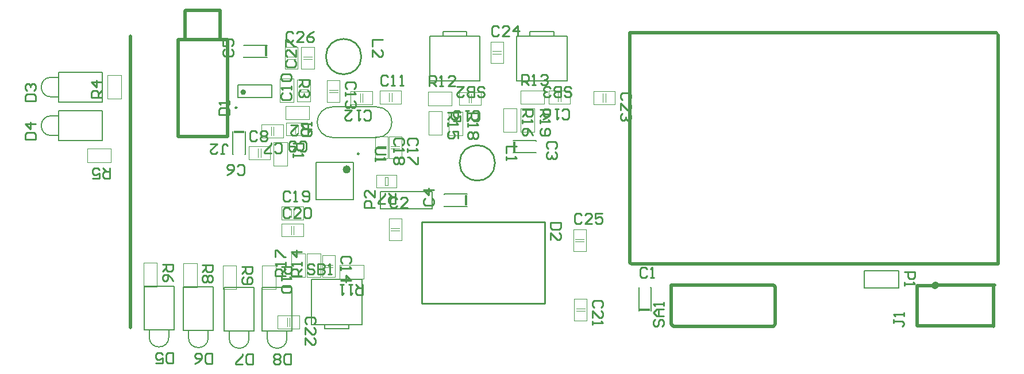
<source format=gto>
%FSLAX44Y44*%
%MOMM*%
G71*
G01*
G75*
G04 Layer_Color=16777215*
G04:AMPARAMS|DCode=10|XSize=1.65mm|YSize=1.4mm|CornerRadius=0.175mm|HoleSize=0mm|Usage=FLASHONLY|Rotation=180.000|XOffset=0mm|YOffset=0mm|HoleType=Round|Shape=RoundedRectangle|*
%AMROUNDEDRECTD10*
21,1,1.6500,1.0500,0,0,180.0*
21,1,1.3000,1.4000,0,0,180.0*
1,1,0.3500,-0.6500,0.5250*
1,1,0.3500,0.6500,0.5250*
1,1,0.3500,0.6500,-0.5250*
1,1,0.3500,-0.6500,-0.5250*
%
%ADD10ROUNDEDRECTD10*%
%ADD11R,1.3000X0.9000*%
%ADD12R,0.9000X1.3000*%
%ADD13R,2.0000X3.0000*%
G04:AMPARAMS|DCode=14|XSize=1mm|YSize=1.25mm|CornerRadius=0.25mm|HoleSize=0mm|Usage=FLASHONLY|Rotation=180.000|XOffset=0mm|YOffset=0mm|HoleType=Round|Shape=RoundedRectangle|*
%AMROUNDEDRECTD14*
21,1,1.0000,0.7500,0,0,180.0*
21,1,0.5000,1.2500,0,0,180.0*
1,1,0.5000,-0.2500,0.3750*
1,1,0.5000,0.2500,0.3750*
1,1,0.5000,0.2500,-0.3750*
1,1,0.5000,-0.2500,-0.3750*
%
%ADD14ROUNDEDRECTD14*%
G04:AMPARAMS|DCode=15|XSize=1mm|YSize=1.25mm|CornerRadius=0.25mm|HoleSize=0mm|Usage=FLASHONLY|Rotation=90.000|XOffset=0mm|YOffset=0mm|HoleType=Round|Shape=RoundedRectangle|*
%AMROUNDEDRECTD15*
21,1,1.0000,0.7500,0,0,90.0*
21,1,0.5000,1.2500,0,0,90.0*
1,1,0.5000,0.3750,0.2500*
1,1,0.5000,0.3750,-0.2500*
1,1,0.5000,-0.3750,-0.2500*
1,1,0.5000,-0.3750,0.2500*
%
%ADD15ROUNDEDRECTD15*%
%ADD16R,0.7000X1.3000*%
%ADD17O,0.3000X1.8000*%
%ADD18O,1.8000X0.3000*%
%ADD19O,3.0000X0.8000*%
%ADD20R,3.0000X0.8000*%
G04:AMPARAMS|DCode=21|XSize=3mm|YSize=1.1mm|CornerRadius=0.275mm|HoleSize=0mm|Usage=FLASHONLY|Rotation=90.000|XOffset=0mm|YOffset=0mm|HoleType=Round|Shape=RoundedRectangle|*
%AMROUNDEDRECTD21*
21,1,3.0000,0.5500,0,0,90.0*
21,1,2.4500,1.1000,0,0,90.0*
1,1,0.5500,0.2750,1.2250*
1,1,0.5500,0.2750,-1.2250*
1,1,0.5500,-0.2750,-1.2250*
1,1,0.5500,-0.2750,1.2250*
%
%ADD21ROUNDEDRECTD21*%
%ADD22R,0.6000X2.1500*%
G04:AMPARAMS|DCode=23|XSize=1.65mm|YSize=1.4mm|CornerRadius=0.175mm|HoleSize=0mm|Usage=FLASHONLY|Rotation=90.000|XOffset=0mm|YOffset=0mm|HoleType=Round|Shape=RoundedRectangle|*
%AMROUNDEDRECTD23*
21,1,1.6500,1.0500,0,0,90.0*
21,1,1.3000,1.4000,0,0,90.0*
1,1,0.3500,0.5250,0.6500*
1,1,0.3500,0.5250,-0.6500*
1,1,0.3500,-0.5250,-0.6500*
1,1,0.3500,-0.5250,0.6500*
%
%ADD23ROUNDEDRECTD23*%
%ADD24C,1.5000*%
%ADD25C,0.5000*%
%ADD26C,0.3000*%
%ADD27C,1.0000*%
%ADD28C,0.7000*%
%ADD29C,2.2000*%
%ADD30C,9.0000*%
%ADD31C,2.0000*%
%ADD32C,1.6000*%
%ADD33C,1.5000*%
%ADD34R,1.5000X1.5000*%
%ADD35C,4.0000*%
%ADD36C,2.5000*%
%ADD37C,0.6000*%
%ADD38C,0.2540*%
%ADD39C,0.1270*%
%ADD40C,0.2500*%
%ADD41C,0.6000*%
%ADD42C,0.4000*%
%ADD43C,0.2000*%
%ADD44C,0.1000*%
%ADD45C,0.1250*%
%ADD46R,0.3000X1.6000*%
%ADD47R,1.6000X0.3000*%
%ADD48R,1.6000X0.3000*%
D25*
X1248000Y294000D02*
Y324000D01*
X1398000D01*
X1401000Y321000D01*
Y266000D02*
Y321000D01*
X1398000Y263000D02*
X1401000Y266000D01*
X1251000Y263000D02*
X1398000D01*
X1248000Y266000D02*
X1251000Y263000D01*
X1248000Y266000D02*
Y294000D01*
X522000Y543000D02*
X594000D01*
Y686000D01*
X521000D02*
X594000D01*
X521000Y543000D02*
Y686000D01*
X583000Y687000D02*
Y729000D01*
X532000D02*
X583000D01*
X531000Y728000D02*
X532000Y729000D01*
X531000Y686000D02*
Y728000D01*
X1610000Y323000D02*
X1636000D01*
X1610000Y264000D02*
Y323000D01*
Y264000D02*
X1722000D01*
X1723000Y263000D01*
Y323000D01*
X1637000Y324000D02*
X1724000D01*
X1187000Y696000D02*
X1727000D01*
X1187000Y357000D02*
Y696000D01*
Y357000D02*
X1189000Y355000D01*
X1729000D01*
Y693000D01*
X451000Y261000D02*
Y691000D01*
D27*
X1636000Y323000D02*
X1637000Y324000D01*
D38*
X791077Y661000D02*
G03*
X791077Y661000I-26077J0D01*
G01*
X988077Y504000D02*
G03*
X988077Y504000I-26077J0D01*
G01*
X880000Y401000D02*
Y417000D01*
X1059000D01*
X1061000D01*
Y297000D02*
Y417000D01*
X880000Y297000D02*
X1061000D01*
X880000D02*
Y401000D01*
X1224099Y273296D02*
X1221560Y270756D01*
Y265678D01*
X1224099Y263139D01*
X1226638D01*
X1229177Y265678D01*
Y270756D01*
X1231717Y273296D01*
X1234256D01*
X1236795Y270756D01*
Y265678D01*
X1234256Y263139D01*
X1236795Y278374D02*
X1226638D01*
X1221560Y283452D01*
X1226638Y288531D01*
X1236795D01*
X1229177D01*
Y278374D01*
X1236795Y293609D02*
Y298687D01*
Y296148D01*
X1221560D01*
X1224099Y293609D01*
X590173Y671664D02*
X587634Y669125D01*
Y664046D01*
X590173Y661507D01*
X600330D01*
X602869Y664046D01*
Y669125D01*
X600330Y671664D01*
X587634Y686899D02*
Y676742D01*
X595252D01*
X592712Y681820D01*
Y684360D01*
X595252Y686899D01*
X600330D01*
X602869Y684360D01*
Y679281D01*
X600330Y676742D01*
X675651Y607314D02*
X673112Y604775D01*
Y599696D01*
X675651Y597157D01*
X685808D01*
X688347Y599696D01*
Y604775D01*
X685808Y607314D01*
X688347Y612392D02*
Y617470D01*
Y614931D01*
X673112D01*
X675651Y612392D01*
Y625088D02*
X673112Y627627D01*
Y632705D01*
X675651Y635245D01*
X685808D01*
X688347Y632705D01*
Y627627D01*
X685808Y625088D01*
X675651D01*
X830314Y631349D02*
X827775Y633888D01*
X822696D01*
X820157Y631349D01*
Y621192D01*
X822696Y618653D01*
X827775D01*
X830314Y621192D01*
X835392Y618653D02*
X840470D01*
X837931D01*
Y633888D01*
X835392Y631349D01*
X848088Y618653D02*
X853166D01*
X850627D01*
Y633888D01*
X848088Y631349D01*
X822904Y685765D02*
X807669D01*
Y675608D01*
Y660373D02*
Y670530D01*
X817826Y660373D01*
X820365D01*
X822904Y662912D01*
Y667991D01*
X820365Y670530D01*
X712621Y559839D02*
Y544604D01*
X705004D01*
X702464Y547143D01*
Y552221D01*
X705004Y554761D01*
X712621D01*
X707543D02*
X702464Y559839D01*
X687229D02*
X697386D01*
X687229Y549682D01*
Y547143D01*
X689768Y544604D01*
X694847D01*
X697386Y547143D01*
X1211664Y347827D02*
X1209125Y350366D01*
X1204046D01*
X1201507Y347827D01*
Y337670D01*
X1204046Y335131D01*
X1209125D01*
X1211664Y337670D01*
X1216742Y335131D02*
X1221820D01*
X1219281D01*
Y350366D01*
X1216742Y347827D01*
X843664Y450827D02*
X841124Y453366D01*
X836046D01*
X833507Y450827D01*
Y440670D01*
X836046Y438131D01*
X841124D01*
X843664Y440670D01*
X858899Y438131D02*
X848742D01*
X858899Y448288D01*
Y450827D01*
X856360Y453366D01*
X851281D01*
X848742Y450827D01*
X699686Y523651D02*
X702225Y521112D01*
X707304D01*
X709843Y523651D01*
Y533808D01*
X707304Y536347D01*
X702225D01*
X699686Y533808D01*
X694608D02*
X692069Y536347D01*
X686990D01*
X684451Y533808D01*
Y523651D01*
X686990Y521112D01*
X692069D01*
X694608Y523651D01*
Y526190D01*
X692069Y528730D01*
X684451D01*
X663686Y520651D02*
X666226Y518112D01*
X671304D01*
X673843Y520651D01*
Y530808D01*
X671304Y533347D01*
X666226D01*
X663686Y530808D01*
X658608Y518112D02*
X648451D01*
Y520651D01*
X658608Y530808D01*
Y533347D01*
X637314Y549349D02*
X634775Y551888D01*
X629696D01*
X627157Y549349D01*
Y539192D01*
X629696Y536653D01*
X634775D01*
X637314Y539192D01*
X642392Y549349D02*
X644931Y551888D01*
X650010D01*
X652549Y549349D01*
Y546810D01*
X650010Y544271D01*
X652549Y541731D01*
Y539192D01*
X650010Y536653D01*
X644931D01*
X642392Y539192D01*
Y541731D01*
X644931Y544271D01*
X642392Y546810D01*
Y549349D01*
X644931Y544271D02*
X650010D01*
X794686Y569651D02*
X797225Y567112D01*
X802304D01*
X804843Y569651D01*
Y579808D01*
X802304Y582347D01*
X797225D01*
X794686Y579808D01*
X789608Y582347D02*
X784530D01*
X787069D01*
Y567112D01*
X789608Y569651D01*
X766755Y582347D02*
X776912D01*
X766755Y572190D01*
Y569651D01*
X769295Y567112D01*
X774373D01*
X776912Y569651D01*
X780349Y613686D02*
X782888Y616226D01*
Y621304D01*
X780349Y623843D01*
X770192D01*
X767653Y621304D01*
Y616226D01*
X770192Y613686D01*
X767653Y608608D02*
Y603530D01*
Y606069D01*
X782888D01*
X780349Y608608D01*
Y595912D02*
X782888Y593373D01*
Y588294D01*
X780349Y585755D01*
X777810D01*
X775270Y588294D01*
Y590834D01*
Y588294D01*
X772731Y585755D01*
X770192D01*
X767653Y588294D01*
Y593373D01*
X770192Y595912D01*
X773349Y355686D02*
X775888Y358226D01*
Y363304D01*
X773349Y365843D01*
X763192D01*
X760653Y363304D01*
Y358226D01*
X763192Y355686D01*
X760653Y350608D02*
Y345530D01*
Y348069D01*
X775888D01*
X773349Y350608D01*
X760653Y330294D02*
X775888D01*
X768270Y337912D01*
Y327755D01*
X954686Y568651D02*
X957225Y566112D01*
X962304D01*
X964843Y568651D01*
Y578808D01*
X962304Y581347D01*
X957225D01*
X954686Y578808D01*
X949608Y581347D02*
X944530D01*
X947069D01*
Y566112D01*
X949608Y568651D01*
X926755Y566112D02*
X936912D01*
Y573730D01*
X931834Y571190D01*
X929295D01*
X926755Y573730D01*
Y578808D01*
X929295Y581347D01*
X934373D01*
X936912Y578808D01*
X1086686Y570651D02*
X1089225Y568112D01*
X1094304D01*
X1096843Y570651D01*
Y580808D01*
X1094304Y583347D01*
X1089225D01*
X1086686Y580808D01*
X1081608Y583347D02*
X1076530D01*
X1079069D01*
Y568112D01*
X1081608Y570651D01*
X1058755Y568112D02*
X1063834Y570651D01*
X1068912Y575729D01*
Y580808D01*
X1066373Y583347D01*
X1061294D01*
X1058755Y580808D01*
Y578269D01*
X1061294Y575729D01*
X1068912D01*
X871349Y530686D02*
X873888Y533226D01*
Y538304D01*
X871349Y540843D01*
X861192D01*
X858653Y538304D01*
Y533226D01*
X861192Y530686D01*
X858653Y525608D02*
Y520530D01*
Y523069D01*
X873888D01*
X871349Y525608D01*
X873888Y512912D02*
Y502755D01*
X871349D01*
X861192Y512912D01*
X858653D01*
X851349Y530686D02*
X853888Y533226D01*
Y538304D01*
X851349Y540843D01*
X841192D01*
X838653Y538304D01*
Y533226D01*
X841192Y530686D01*
X838653Y525608D02*
Y520530D01*
Y523069D01*
X853888D01*
X851349Y525608D01*
Y512912D02*
X853888Y510373D01*
Y505294D01*
X851349Y502755D01*
X848810D01*
X846271Y505294D01*
X843731Y502755D01*
X841192D01*
X838653Y505294D01*
Y510373D01*
X841192Y512912D01*
X843731D01*
X846271Y510373D01*
X848810Y512912D01*
X851349D01*
X846271Y510373D02*
Y505294D01*
X686314Y460349D02*
X683774Y462888D01*
X678696D01*
X676157Y460349D01*
Y450192D01*
X678696Y447653D01*
X683774D01*
X686314Y450192D01*
X691392Y447653D02*
X696470D01*
X693931D01*
Y462888D01*
X691392Y460349D01*
X704088Y450192D02*
X706627Y447653D01*
X711705D01*
X714245Y450192D01*
Y460349D01*
X711705Y462888D01*
X706627D01*
X704088Y460349D01*
Y457810D01*
X706627Y455271D01*
X714245D01*
X686314Y435349D02*
X683774Y437888D01*
X678696D01*
X676157Y435349D01*
Y425192D01*
X678696Y422653D01*
X683774D01*
X686314Y425192D01*
X701549Y422653D02*
X691392D01*
X701549Y432810D01*
Y435349D01*
X699010Y437888D01*
X693931D01*
X691392Y435349D01*
X706627D02*
X709166Y437888D01*
X714245D01*
X716784Y435349D01*
Y425192D01*
X714245Y422653D01*
X709166D01*
X706627Y425192D01*
Y435349D01*
X1144349Y290686D02*
X1146888Y293225D01*
Y298304D01*
X1144349Y300843D01*
X1134192D01*
X1131653Y298304D01*
Y293225D01*
X1134192Y290686D01*
X1131653Y275451D02*
Y285608D01*
X1141810Y275451D01*
X1144349D01*
X1146888Y277990D01*
Y283069D01*
X1144349Y285608D01*
X1131653Y270373D02*
Y265294D01*
Y267834D01*
X1146888D01*
X1144349Y270373D01*
X690664Y695699D02*
X688124Y698238D01*
X683046D01*
X680507Y695699D01*
Y685542D01*
X683046Y683003D01*
X688124D01*
X690664Y685542D01*
X705899Y683003D02*
X695742D01*
X705899Y693160D01*
Y695699D01*
X703360Y698238D01*
X698281D01*
X695742Y695699D01*
X721134Y698238D02*
X716056Y695699D01*
X710977Y690620D01*
Y685542D01*
X713516Y683003D01*
X718595D01*
X721134Y685542D01*
Y688081D01*
X718595Y690620D01*
X710977D01*
X681651Y655314D02*
X679112Y652775D01*
Y647696D01*
X681651Y645157D01*
X691808D01*
X694347Y647696D01*
Y652775D01*
X691808Y655314D01*
X694347Y670549D02*
Y660392D01*
X684190Y670549D01*
X681651D01*
X679112Y668010D01*
Y662931D01*
X681651Y660392D01*
X679112Y675627D02*
Y685784D01*
X681651D01*
X691808Y675627D01*
X694347D01*
X581046Y574821D02*
X596281D01*
Y582439D01*
X593742Y584978D01*
X583585D01*
X581046Y582439D01*
Y574821D01*
X596281Y590056D02*
Y595134D01*
Y592595D01*
X581046D01*
X583585Y590056D01*
X1085100Y415605D02*
X1069865D01*
Y407988D01*
X1072404Y405448D01*
X1082561D01*
X1085100Y407988D01*
Y415605D01*
X1069865Y390213D02*
Y400370D01*
X1080022Y390213D01*
X1082561D01*
X1085100Y392752D01*
Y397831D01*
X1082561Y400370D01*
X295914Y595807D02*
X311149D01*
Y603424D01*
X308610Y605964D01*
X298453D01*
X295914Y603424D01*
Y595807D01*
X298453Y611042D02*
X295914Y613581D01*
Y618660D01*
X298453Y621199D01*
X300992D01*
X303531Y618660D01*
Y616120D01*
Y618660D01*
X306071Y621199D01*
X308610D01*
X311149Y618660D01*
Y613581D01*
X308610Y611042D01*
X295914Y538807D02*
X311149D01*
Y546424D01*
X308610Y548964D01*
X298453D01*
X295914Y546424D01*
Y538807D01*
X311149Y561660D02*
X295914D01*
X303531Y554042D01*
Y564199D01*
X513193Y208914D02*
Y224149D01*
X505575D01*
X503036Y221610D01*
Y211453D01*
X505575Y208914D01*
X513193D01*
X487801D02*
X497958D01*
Y216532D01*
X492880Y213992D01*
X490340D01*
X487801Y216532D01*
Y221610D01*
X490340Y224149D01*
X495419D01*
X497958Y221610D01*
X571193Y207914D02*
Y223149D01*
X563576D01*
X561036Y220610D01*
Y210453D01*
X563576Y207914D01*
X571193D01*
X545801D02*
X550880Y210453D01*
X555958Y215532D01*
Y220610D01*
X553419Y223149D01*
X548340D01*
X545801Y220610D01*
Y218071D01*
X548340Y215532D01*
X555958D01*
X631193Y206914D02*
Y222149D01*
X623576D01*
X621036Y219610D01*
Y209453D01*
X623576Y206914D01*
X631193D01*
X615958D02*
X605801D01*
Y209453D01*
X615958Y219610D01*
Y222149D01*
X687193Y206914D02*
Y222149D01*
X679576D01*
X677036Y219610D01*
Y209453D01*
X679576Y206914D01*
X687193D01*
X671958Y209453D02*
X669419Y206914D01*
X664340D01*
X661801Y209453D01*
Y211992D01*
X664340Y214531D01*
X661801Y217071D01*
Y219610D01*
X664340Y222149D01*
X669419D01*
X671958Y219610D01*
Y217071D01*
X669419Y214531D01*
X671958Y211992D01*
Y209453D01*
X669419Y214531D02*
X664340D01*
X1575248Y273248D02*
Y268169D01*
Y270709D01*
X1587944D01*
X1590483Y268169D01*
Y265630D01*
X1587944Y263091D01*
X1590483Y278326D02*
Y283404D01*
Y280865D01*
X1575248D01*
X1577787Y278326D01*
X583784Y517190D02*
X588863D01*
X586324D01*
Y529886D01*
X588863Y532425D01*
X591402D01*
X593941Y529886D01*
X568549Y532425D02*
X578706D01*
X568549Y522268D01*
Y519729D01*
X571088Y517190D01*
X576167D01*
X578706Y519729D01*
X1019904Y528765D02*
X1004669D01*
Y518608D01*
Y513530D02*
Y508452D01*
Y510991D01*
X1019904D01*
X1017365Y513530D01*
X810991Y437951D02*
X795756D01*
Y445569D01*
X798295Y448108D01*
X803373D01*
X805913Y445569D01*
Y437951D01*
X810991Y463343D02*
Y453186D01*
X800834Y463343D01*
X798295D01*
X795756Y460804D01*
Y455725D01*
X798295Y453186D01*
X715088Y553710D02*
X704931D01*
X702392Y551171D01*
Y546092D01*
X704931Y543553D01*
X715088D01*
X717627Y546092D01*
Y551171D01*
X712549Y548631D02*
X717627Y553710D01*
Y551171D02*
X715088Y553710D01*
X717627Y558788D02*
Y563866D01*
Y561327D01*
X702392D01*
X704931Y558788D01*
X690161Y532621D02*
X705396D01*
Y525004D01*
X702857Y522464D01*
X697778D01*
X695239Y525004D01*
Y532621D01*
Y527543D02*
X690161Y522464D01*
Y517386D02*
Y512308D01*
Y514847D01*
X705396D01*
X702857Y517386D01*
X699161Y626621D02*
X714396D01*
Y619003D01*
X711857Y616464D01*
X706778D01*
X704239Y619003D01*
Y626621D01*
Y621543D02*
X699161Y616464D01*
X711857Y611386D02*
X714396Y608847D01*
Y603768D01*
X711857Y601229D01*
X709318D01*
X706778Y603768D01*
Y606308D01*
Y603768D01*
X704239Y601229D01*
X701700D01*
X699161Y603768D01*
Y608847D01*
X701700Y611386D01*
X408839Y600379D02*
X393604D01*
Y607996D01*
X396143Y610536D01*
X401222D01*
X403761Y607996D01*
Y600379D01*
Y605457D02*
X408839Y610536D01*
Y623232D02*
X393604D01*
X401222Y615614D01*
Y625771D01*
X420621Y496839D02*
Y481604D01*
X413004D01*
X410464Y484143D01*
Y489221D01*
X413004Y491761D01*
X420621D01*
X415543D02*
X410464Y496839D01*
X395229Y481604D02*
X405386D01*
Y489221D01*
X400308Y486682D01*
X397768D01*
X395229Y489221D01*
Y494300D01*
X397768Y496839D01*
X402847D01*
X405386Y494300D01*
X498161Y354621D02*
X513396D01*
Y347004D01*
X510857Y344464D01*
X505779D01*
X503239Y347004D01*
Y354621D01*
Y349543D02*
X498161Y344464D01*
X513396Y329229D02*
X510857Y334308D01*
X505779Y339386D01*
X500700D01*
X498161Y336847D01*
Y331768D01*
X500700Y329229D01*
X503239D01*
X505779Y331768D01*
Y339386D01*
X841081Y459347D02*
Y444112D01*
X833464D01*
X830924Y446651D01*
Y451730D01*
X833464Y454269D01*
X841081D01*
X836003D02*
X830924Y459347D01*
X825846Y444112D02*
X815689D01*
Y446651D01*
X825846Y456808D01*
Y459347D01*
X557161Y353621D02*
X572396D01*
Y346003D01*
X569857Y343464D01*
X564779D01*
X562239Y346003D01*
Y353621D01*
Y348543D02*
X557161Y343464D01*
X569857Y338386D02*
X572396Y335847D01*
Y330768D01*
X569857Y328229D01*
X567318D01*
X564779Y330768D01*
X562239Y328229D01*
X559700D01*
X557161Y330768D01*
Y335847D01*
X559700Y338386D01*
X562239D01*
X564779Y335847D01*
X567318Y338386D01*
X569857D01*
X564779Y335847D02*
Y330768D01*
X615161Y350621D02*
X630396D01*
Y343004D01*
X627857Y340464D01*
X622779D01*
X620239Y343004D01*
Y350621D01*
Y345543D02*
X615161Y340464D01*
X617700Y335386D02*
X615161Y332847D01*
Y327768D01*
X617700Y325229D01*
X627857D01*
X630396Y327768D01*
Y332847D01*
X627857Y335386D01*
X625318D01*
X622779Y332847D01*
Y325229D01*
X673161Y350621D02*
X688396D01*
Y343004D01*
X685857Y340464D01*
X680779D01*
X678239Y343004D01*
Y350621D01*
Y345543D02*
X673161Y340464D01*
Y335386D02*
Y330308D01*
Y332847D01*
X688396D01*
X685857Y335386D01*
Y322690D02*
X688396Y320151D01*
Y315072D01*
X685857Y312533D01*
X675700D01*
X673161Y315072D01*
Y320151D01*
X675700Y322690D01*
X685857D01*
X792621Y324839D02*
Y309604D01*
X785004D01*
X782464Y312143D01*
Y317222D01*
X785004Y319761D01*
X792621D01*
X787543D02*
X782464Y324839D01*
X777386D02*
X772308D01*
X774847D01*
Y309604D01*
X777386Y312143D01*
X764690Y324839D02*
X759612D01*
X762151D01*
Y309604D01*
X764690Y312143D01*
X891379Y617161D02*
Y632396D01*
X898997D01*
X901536Y629857D01*
Y624779D01*
X898997Y622239D01*
X891379D01*
X896457D02*
X901536Y617161D01*
X906614D02*
X911692D01*
X909153D01*
Y632396D01*
X906614Y629857D01*
X929467Y617161D02*
X919310D01*
X929467Y627318D01*
Y629857D01*
X926927Y632396D01*
X921849D01*
X919310Y629857D01*
X1027379Y619161D02*
Y634396D01*
X1034996D01*
X1037536Y631857D01*
Y626778D01*
X1034996Y624239D01*
X1027379D01*
X1032457D02*
X1037536Y619161D01*
X1042614D02*
X1047692D01*
X1045153D01*
Y634396D01*
X1042614Y631857D01*
X1055310D02*
X1057849Y634396D01*
X1062927D01*
X1065467Y631857D01*
Y629318D01*
X1062927Y626778D01*
X1060388D01*
X1062927D01*
X1065467Y624239D01*
Y621700D01*
X1062927Y619161D01*
X1057849D01*
X1055310Y621700D01*
X702839Y337379D02*
X687604D01*
Y344996D01*
X690143Y347536D01*
X695221D01*
X697761Y344996D01*
Y337379D01*
Y342457D02*
X702839Y347536D01*
Y352614D02*
Y357692D01*
Y355153D01*
X687604D01*
X690143Y352614D01*
X702839Y372928D02*
X687604D01*
X695221Y365310D01*
Y375467D01*
X918161Y578621D02*
X933396D01*
Y571003D01*
X930857Y568464D01*
X925779D01*
X923239Y571003D01*
Y578621D01*
Y573543D02*
X918161Y568464D01*
Y563386D02*
Y558308D01*
Y560847D01*
X933396D01*
X930857Y563386D01*
X933396Y540533D02*
Y550690D01*
X925779D01*
X928318Y545612D01*
Y543073D01*
X925779Y540533D01*
X920700D01*
X918161Y543073D01*
Y548151D01*
X920700Y550690D01*
X1028161Y582621D02*
X1043396D01*
Y575004D01*
X1040857Y572464D01*
X1035779D01*
X1033239Y575004D01*
Y582621D01*
Y577543D02*
X1028161Y572464D01*
Y567386D02*
Y562308D01*
Y564847D01*
X1043396D01*
X1040857Y567386D01*
X1043396Y544533D02*
X1040857Y549612D01*
X1035779Y554690D01*
X1030700D01*
X1028161Y552151D01*
Y547072D01*
X1030700Y544533D01*
X1033239D01*
X1035779Y547072D01*
Y554690D01*
X679839Y337379D02*
X664604D01*
Y344996D01*
X667143Y347536D01*
X672222D01*
X674761Y344996D01*
Y337379D01*
Y342457D02*
X679839Y347536D01*
Y352614D02*
Y357692D01*
Y355153D01*
X664604D01*
X667143Y352614D01*
X664604Y365310D02*
Y375467D01*
X667143D01*
X677300Y365310D01*
X679839D01*
X948161Y577621D02*
X963396D01*
Y570004D01*
X960857Y567464D01*
X955779D01*
X953239Y570004D01*
Y577621D01*
Y572543D02*
X948161Y567464D01*
Y562386D02*
Y557308D01*
Y559847D01*
X963396D01*
X960857Y562386D01*
Y549690D02*
X963396Y547151D01*
Y542072D01*
X960857Y539533D01*
X958318D01*
X955779Y542072D01*
X953239Y539533D01*
X950700D01*
X948161Y542072D01*
Y547151D01*
X950700Y549690D01*
X953239D01*
X955779Y547151D01*
X958318Y549690D01*
X960857D01*
X955779Y547151D02*
Y542072D01*
X1054161Y582621D02*
X1069396D01*
Y575004D01*
X1066857Y572464D01*
X1061778D01*
X1059239Y575004D01*
Y582621D01*
Y577543D02*
X1054161Y572464D01*
Y567386D02*
Y562308D01*
Y564847D01*
X1069396D01*
X1066857Y567386D01*
X1056700Y554690D02*
X1054161Y552151D01*
Y547072D01*
X1056700Y544533D01*
X1066857D01*
X1069396Y547072D01*
Y552151D01*
X1066857Y554690D01*
X1064318D01*
X1061778Y552151D01*
Y544533D01*
X721596Y352841D02*
X719056Y355380D01*
X713978D01*
X711439Y352841D01*
Y350302D01*
X713978Y347762D01*
X719056D01*
X721596Y345223D01*
Y342684D01*
X719056Y340145D01*
X713978D01*
X711439Y342684D01*
X726674Y355380D02*
Y340145D01*
X734292D01*
X736831Y342684D01*
Y345223D01*
X734292Y347762D01*
X726674D01*
X734292D01*
X736831Y350302D01*
Y352841D01*
X734292Y355380D01*
X726674D01*
X741909Y340145D02*
X746988D01*
X744448D01*
Y355380D01*
X741909Y352841D01*
X962404Y604159D02*
X964943Y601620D01*
X970022D01*
X972561Y604159D01*
Y606698D01*
X970022Y609238D01*
X964943D01*
X962404Y611777D01*
Y614316D01*
X964943Y616855D01*
X970022D01*
X972561Y614316D01*
X957326Y601620D02*
Y616855D01*
X949708D01*
X947169Y614316D01*
Y611777D01*
X949708Y609238D01*
X957326D01*
X949708D01*
X947169Y606698D01*
Y604159D01*
X949708Y601620D01*
X957326D01*
X931934Y616855D02*
X942091D01*
X931934Y606698D01*
Y604159D01*
X934473Y601620D01*
X939552D01*
X942091Y604159D01*
X1090404D02*
X1092943Y601620D01*
X1098022D01*
X1100561Y604159D01*
Y606698D01*
X1098022Y609238D01*
X1092943D01*
X1090404Y611777D01*
Y614316D01*
X1092943Y616855D01*
X1098022D01*
X1100561Y614316D01*
X1085326Y601620D02*
Y616855D01*
X1077708D01*
X1075169Y614316D01*
Y611777D01*
X1077708Y609238D01*
X1085326D01*
X1077708D01*
X1075169Y606698D01*
Y604159D01*
X1077708Y601620D01*
X1085326D01*
X1070091Y604159D02*
X1067552Y601620D01*
X1062473D01*
X1059934Y604159D01*
Y606698D01*
X1062473Y609238D01*
X1065013D01*
X1062473D01*
X1059934Y611777D01*
Y614316D01*
X1062473Y616855D01*
X1067552D01*
X1070091Y614316D01*
X827052Y526657D02*
X814356D01*
X811817Y524118D01*
Y519039D01*
X814356Y516500D01*
X827052D01*
X811817Y511422D02*
Y506344D01*
Y508883D01*
X827052D01*
X824513Y511422D01*
X1591609Y343049D02*
X1606844D01*
Y335432D01*
X1604305Y332892D01*
X1599227D01*
X1596687Y335432D01*
Y343049D01*
X1591609Y327814D02*
Y322736D01*
Y325275D01*
X1606844D01*
X1604305Y327814D01*
X608336Y489173D02*
X610876Y486634D01*
X615954D01*
X618493Y489173D01*
Y499330D01*
X615954Y501869D01*
X610876D01*
X608336Y499330D01*
X593101Y486634D02*
X598180Y489173D01*
X603258Y494252D01*
Y499330D01*
X600719Y501869D01*
X595640D01*
X593101Y499330D01*
Y496791D01*
X595640Y494252D01*
X603258D01*
X720699Y266336D02*
X723238Y268876D01*
Y273954D01*
X720699Y276493D01*
X710542D01*
X708003Y273954D01*
Y268876D01*
X710542Y266336D01*
X708003Y251101D02*
Y261258D01*
X718160Y251101D01*
X720699D01*
X723238Y253640D01*
Y258719D01*
X720699Y261258D01*
X708003Y235866D02*
Y246023D01*
X718160Y235866D01*
X720699D01*
X723238Y238405D01*
Y243484D01*
X720699Y246023D01*
X1185699Y597336D02*
X1188238Y599875D01*
Y604954D01*
X1185699Y607493D01*
X1175542D01*
X1173003Y604954D01*
Y599875D01*
X1175542Y597336D01*
X1173003Y582101D02*
Y592258D01*
X1183160Y582101D01*
X1185699D01*
X1188238Y584640D01*
Y589719D01*
X1185699Y592258D01*
Y577023D02*
X1188238Y574484D01*
Y569405D01*
X1185699Y566866D01*
X1183160D01*
X1180620Y569405D01*
Y571945D01*
Y569405D01*
X1178081Y566866D01*
X1175542D01*
X1173003Y569405D01*
Y574484D01*
X1175542Y577023D01*
X993664Y703699D02*
X991124Y706238D01*
X986046D01*
X983507Y703699D01*
Y693542D01*
X986046Y691003D01*
X991124D01*
X993664Y693542D01*
X1008899Y691003D02*
X998742D01*
X1008899Y701160D01*
Y703699D01*
X1006360Y706238D01*
X1001281D01*
X998742Y703699D01*
X1021595Y691003D02*
Y706238D01*
X1013977Y698621D01*
X1024134D01*
X1115664Y426699D02*
X1113124Y429238D01*
X1108046D01*
X1105507Y426699D01*
Y416542D01*
X1108046Y414003D01*
X1113124D01*
X1115664Y416542D01*
X1130899Y414003D02*
X1120742D01*
X1130899Y424160D01*
Y426699D01*
X1128360Y429238D01*
X1123281D01*
X1120742Y426699D01*
X1146134Y429238D02*
X1135977D01*
Y421620D01*
X1141056Y424160D01*
X1143595D01*
X1146134Y421620D01*
Y416542D01*
X1143595Y414003D01*
X1138516D01*
X1135977Y416542D01*
X1076827Y525336D02*
X1079366Y527876D01*
Y532954D01*
X1076827Y535493D01*
X1066670D01*
X1064131Y532954D01*
Y527876D01*
X1066670Y525336D01*
X1076827Y520258D02*
X1079366Y517719D01*
Y512640D01*
X1076827Y510101D01*
X1074288D01*
X1071749Y512640D01*
Y515180D01*
Y512640D01*
X1069209Y510101D01*
X1066670D01*
X1064131Y512640D01*
Y517719D01*
X1066670Y520258D01*
X885173Y451664D02*
X882634Y449124D01*
Y444046D01*
X885173Y441507D01*
X895330D01*
X897869Y444046D01*
Y449124D01*
X895330Y451664D01*
X897869Y464360D02*
X882634D01*
X890251Y456742D01*
Y466899D01*
D39*
X652500Y245000D02*
G03*
X681500Y245000I14500J0D01*
G01*
X596500D02*
G03*
X625500Y245000I14500J0D01*
G01*
X813501Y541698D02*
G03*
X813501Y586698I0J22500D01*
G01*
X748611Y586698D02*
G03*
X748597Y541698I-109J-22500D01*
G01*
X536500Y246000D02*
G03*
X565500Y246000I14500J0D01*
G01*
X478500Y247000D02*
G03*
X507500Y247000I14500J0D01*
G01*
X334000Y573500D02*
G03*
X334000Y544500I0J-14500D01*
G01*
Y630500D02*
G03*
X334000Y601500I0J-14500D01*
G01*
X792003Y265500D02*
Y332002D01*
X718002Y265500D02*
X792003D01*
X718002D02*
Y332002D01*
X792003D01*
X772500Y259002D02*
Y265500D01*
X737500Y259002D02*
X772500D01*
X737500D02*
Y265500D01*
X891997Y624998D02*
Y691500D01*
X965998D01*
Y624998D02*
Y691500D01*
X891997Y624998D02*
X965998D01*
X911500Y691500D02*
Y697998D01*
X946500D01*
Y691500D02*
Y697998D01*
X1019997Y624998D02*
Y691500D01*
X1093998D01*
Y624998D02*
Y691500D01*
X1019997Y624998D02*
X1093998D01*
X1039500Y691500D02*
Y697998D01*
X1074500D01*
Y691500D02*
Y697998D01*
X652500Y245000D02*
Y256000D01*
X681500Y245000D02*
Y256000D01*
X645000D02*
Y320000D01*
Y256000D02*
X689000D01*
Y320000D01*
X645000D02*
X689000D01*
X596500Y245000D02*
Y256000D01*
X625500Y245000D02*
Y256000D01*
X589000D02*
Y320000D01*
Y256000D02*
X633000D01*
Y320000D01*
X589000D02*
X633000D01*
X748597Y541698D02*
X813501D01*
X748610Y586699D02*
X813501D01*
X536500Y246000D02*
Y257000D01*
X565500Y246000D02*
Y257000D01*
X529000D02*
Y321000D01*
Y257000D02*
X573000D01*
Y321000D01*
X529000D02*
X573000D01*
X478500Y247000D02*
Y258000D01*
X507500Y247000D02*
Y258000D01*
X471000D02*
Y322000D01*
Y258000D02*
X515000D01*
Y322000D01*
X471000D02*
X515000D01*
X334000Y573500D02*
X345000D01*
X334000Y544500D02*
X345000D01*
Y581000D02*
X409000D01*
X345000Y537000D02*
Y581000D01*
Y537000D02*
X409000D01*
Y581000D01*
X334000Y630500D02*
X345000D01*
X334000Y601500D02*
X345000D01*
Y638000D02*
X409000D01*
X345000Y594000D02*
Y638000D01*
Y594000D02*
X409000D01*
Y638000D01*
D40*
X787750Y517500D02*
G03*
X787750Y517500I-1250J0D01*
G01*
X607700Y585750D02*
G03*
X607700Y585750I-1250J0D01*
G01*
D41*
X772500Y494500D02*
G03*
X772500Y494500I-3000J0D01*
G01*
D42*
X619000Y608500D02*
G03*
X619000Y608500I-2000J0D01*
G01*
D43*
X618000Y677500D02*
Y678000D01*
Y660000D02*
Y660500D01*
Y678000D02*
X652000D01*
X618000Y660000D02*
X652000D01*
X895700Y436300D02*
Y461700D01*
X819500Y436300D02*
X895700D01*
X819500D02*
Y461700D01*
X895700D01*
X724500Y504500D02*
X779500D01*
X724500Y449500D02*
X779500D01*
Y504500D01*
X724500Y449500D02*
Y504500D01*
X609000Y600500D02*
X659000D01*
X609000Y619500D02*
X659000D01*
X609000Y600500D02*
Y619500D01*
X659000Y600500D02*
Y619500D01*
X1217500Y320000D02*
X1218000D01*
X1200000D02*
X1200500D01*
X1218000Y286000D02*
Y320000D01*
X1200000Y286000D02*
Y320000D01*
X1532300Y344700D02*
X1583100D01*
X1532300Y319300D02*
Y344700D01*
Y319300D02*
X1583100D01*
Y344700D01*
X602000Y517000D02*
X602500D01*
X619500D02*
X620000D01*
X602000D02*
Y551000D01*
X620000Y517000D02*
Y551000D01*
X1049000Y519000D02*
Y519500D01*
Y536500D02*
Y537000D01*
X1015000Y519000D02*
X1049000D01*
X1015000Y537000D02*
X1049000D01*
X913000Y457500D02*
Y458000D01*
Y440000D02*
Y440500D01*
Y458000D02*
X947000D01*
X913000Y440000D02*
X947000D01*
D44*
X699650Y612778D02*
X712350D01*
X699650Y609222D02*
X712350D01*
X696500Y627000D02*
X715500D01*
X696500Y595000D02*
Y627000D01*
X715500Y595000D02*
Y627000D01*
X696500Y595000D02*
X715500D01*
X835778Y594650D02*
Y607350D01*
X832222Y594650D02*
Y607350D01*
X850000Y591500D02*
Y610500D01*
X818000D02*
X850000D01*
X818000Y591500D02*
X850000D01*
X818000D02*
Y610500D01*
X681650Y660778D02*
X694350D01*
X681650Y657222D02*
X694350D01*
X678500Y675000D02*
X697500D01*
X678500Y643000D02*
Y675000D01*
X697500Y643000D02*
Y675000D01*
X678500Y643000D02*
X697500D01*
X705650Y660778D02*
X718350D01*
X705650Y657222D02*
X718350D01*
X702500Y675000D02*
X721500D01*
X702500Y643000D02*
Y675000D01*
X721500Y643000D02*
Y675000D01*
X702500Y643000D02*
X721500D01*
X691778Y423650D02*
Y436350D01*
X688222Y423650D02*
Y436350D01*
X706000Y420500D02*
Y439500D01*
X674000D02*
X706000D01*
X674000Y420500D02*
X706000D01*
X674000D02*
Y439500D01*
X691778Y398650D02*
Y411350D01*
X688222Y398650D02*
Y411350D01*
X706000Y395500D02*
Y414500D01*
X674000D02*
X706000D01*
X674000Y395500D02*
X706000D01*
X674000D02*
Y414500D01*
X1107650Y285222D02*
X1120350D01*
X1107650Y288778D02*
X1120350D01*
X1104500Y271000D02*
X1123500D01*
Y303000D01*
X1104500Y271000D02*
Y303000D01*
X1123500D01*
X834650Y525222D02*
X847350D01*
X834650Y528778D02*
X847350D01*
X831500Y511000D02*
X850500D01*
Y543000D01*
X831500Y511000D02*
Y543000D01*
X850500D01*
X814650Y525222D02*
X827350D01*
X814650Y528778D02*
X827350D01*
X811500Y511000D02*
X830500D01*
Y543000D01*
X811500Y511000D02*
Y543000D01*
X830500D01*
X736650Y350222D02*
X749350D01*
X736650Y353778D02*
X749350D01*
X733500Y336000D02*
X752500D01*
Y368000D01*
X733500Y336000D02*
Y368000D01*
X752500D01*
X949222Y592650D02*
Y605350D01*
X952778Y592650D02*
Y605350D01*
X935000Y589500D02*
Y608500D01*
Y589500D02*
X967000D01*
X935000Y608500D02*
X967000D01*
Y589500D02*
Y608500D01*
X1081222Y594650D02*
Y607350D01*
X1084778Y594650D02*
Y607350D01*
X1067000Y591500D02*
Y610500D01*
Y591500D02*
X1099000D01*
X1067000Y610500D02*
X1099000D01*
Y591500D02*
Y610500D01*
X743650Y608222D02*
X756350D01*
X743650Y611778D02*
X756350D01*
X740500Y594000D02*
X759500D01*
Y626000D01*
X740500Y594000D02*
Y626000D01*
X759500D01*
X789222Y593650D02*
Y606350D01*
X792778Y593650D02*
Y606350D01*
X775000Y590500D02*
Y609500D01*
Y590500D02*
X807000D01*
X775000Y609500D02*
X807000D01*
Y590500D02*
Y609500D01*
X825968Y471412D02*
X830032D01*
Y482588D01*
X825968D02*
X830032D01*
X825968Y471412D02*
Y482588D01*
X843000Y467500D02*
Y486500D01*
X813000D02*
X843000D01*
X813000Y467500D02*
X843000D01*
X813000D02*
Y486500D01*
X642778Y512650D02*
Y525350D01*
X639222Y512650D02*
Y525350D01*
X657000Y509500D02*
Y528500D01*
X625000D02*
X657000D01*
X625000Y509500D02*
X657000D01*
X625000D02*
Y528500D01*
X658222Y544650D02*
Y557350D01*
X661778Y544650D02*
Y557350D01*
X644000Y541500D02*
Y560500D01*
Y541500D02*
X676000D01*
X644000Y560500D02*
X676000D01*
Y541500D02*
Y560500D01*
X694222Y547650D02*
Y560350D01*
X697778Y547650D02*
Y560350D01*
X680000Y544500D02*
Y563500D01*
Y544500D02*
X712000D01*
X680000Y563500D02*
X712000D01*
Y544500D02*
Y563500D01*
X834650Y407778D02*
X847350D01*
X834650Y404222D02*
X847350D01*
X831500Y422000D02*
X850500D01*
X831500Y390000D02*
Y422000D01*
X850500Y390000D02*
Y422000D01*
X831500Y390000D02*
X850500D01*
X685778Y262650D02*
Y275350D01*
X682222Y262650D02*
Y275350D01*
X700000Y259500D02*
Y278500D01*
X668000D02*
X700000D01*
X668000Y259500D02*
X700000D01*
X668000D02*
Y278500D01*
X1150778Y593650D02*
Y606350D01*
X1147222Y593650D02*
Y606350D01*
X1165000Y590500D02*
Y609500D01*
X1133000D02*
X1165000D01*
X1133000Y590500D02*
X1165000D01*
X1133000D02*
Y609500D01*
X984650Y668778D02*
X997350D01*
X984650Y665222D02*
X997350D01*
X981500Y683000D02*
X1000500D01*
X981500Y651000D02*
Y683000D01*
X1000500Y651000D02*
Y683000D01*
X981500Y651000D02*
X1000500D01*
X1106650Y391778D02*
X1119350D01*
X1106650Y388222D02*
X1119350D01*
X1103500Y406000D02*
X1122500D01*
X1103500Y374000D02*
Y406000D01*
X1122500Y374000D02*
Y406000D01*
X1103500Y374000D02*
X1122500D01*
D45*
X679500Y588000D02*
X714500D01*
X679500Y568000D02*
X714500D01*
X679500D02*
Y588000D01*
X714500Y568000D02*
Y588000D01*
X708000Y335500D02*
Y370500D01*
X688000Y335500D02*
Y370500D01*
X708000D01*
X688000Y335500D02*
X708000D01*
X920000Y544500D02*
Y579500D01*
X940000Y544500D02*
Y579500D01*
X920000Y544500D02*
X940000D01*
X920000Y579500D02*
X940000D01*
X1026000Y549500D02*
Y584500D01*
X1046000Y549500D02*
Y584500D01*
X1026000Y549500D02*
X1046000D01*
X1026000Y584500D02*
X1046000D01*
X731000Y335500D02*
Y370500D01*
X711000Y335500D02*
Y370500D01*
X731000D01*
X711000Y335500D02*
X731000D01*
X890000Y545500D02*
Y580500D01*
X910000Y545500D02*
Y580500D01*
X890000Y545500D02*
X910000D01*
X890000Y580500D02*
X910000D01*
X1000000Y549500D02*
Y584500D01*
X1020000Y549500D02*
Y584500D01*
X1000000Y549500D02*
X1020000D01*
X1000000Y584500D02*
X1020000D01*
X759500Y353000D02*
X794500D01*
X759500Y333000D02*
X794500D01*
X759500D02*
Y353000D01*
X794500Y333000D02*
Y353000D01*
X889500Y589000D02*
X924500D01*
X889500Y609000D02*
X924500D01*
Y589000D02*
Y609000D01*
X889500Y589000D02*
Y609000D01*
X1025500Y591000D02*
X1060500D01*
X1025500Y611000D02*
X1060500D01*
Y591000D02*
Y611000D01*
X1025500Y591000D02*
Y611000D01*
X645000Y317500D02*
Y352500D01*
X665000Y317500D02*
Y352500D01*
X645000Y317500D02*
X665000D01*
X645000Y352500D02*
X665000D01*
X587000Y317500D02*
Y352500D01*
X607000Y317500D02*
Y352500D01*
X587000Y317500D02*
X607000D01*
X587000Y352500D02*
X607000D01*
X529000Y320500D02*
Y355500D01*
X549000Y320500D02*
Y355500D01*
X529000Y320500D02*
X549000D01*
X529000Y355500D02*
X549000D01*
X470000Y321500D02*
Y356500D01*
X490000Y321500D02*
Y356500D01*
X470000Y321500D02*
X490000D01*
X470000Y356500D02*
X490000D01*
X387500Y525000D02*
X422500D01*
X387500Y505000D02*
X422500D01*
X387500D02*
Y525000D01*
X422500Y505000D02*
Y525000D01*
X437000Y598500D02*
Y633500D01*
X417000Y598500D02*
Y633500D01*
X437000D01*
X417000Y598500D02*
X437000D01*
X671000Y593500D02*
Y628500D01*
X691000Y593500D02*
Y628500D01*
X671000Y593500D02*
X691000D01*
X671000Y628500D02*
X691000D01*
X662000Y499500D02*
Y534500D01*
X682000Y499500D02*
Y534500D01*
X662000Y499500D02*
X682000D01*
X662000Y534500D02*
X682000D01*
D46*
X650500Y669000D02*
D03*
X1016497Y527999D02*
D03*
X945502Y448999D02*
D03*
D47*
X1209000Y287505D02*
D03*
D48*
X611000Y549502D02*
D03*
M02*

</source>
